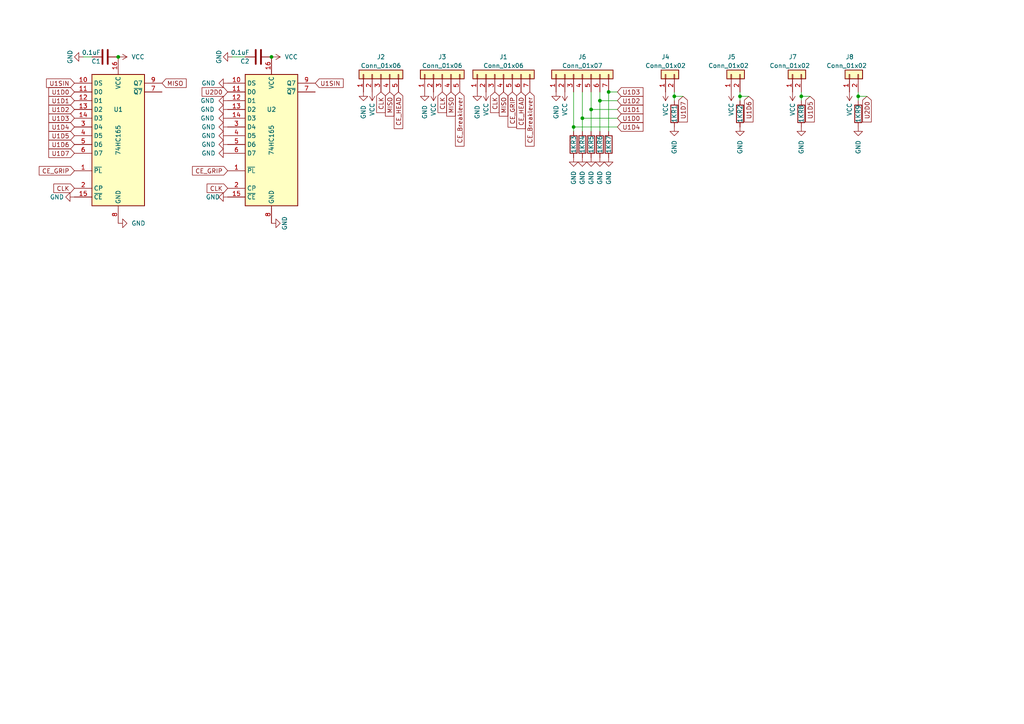
<source format=kicad_sch>
(kicad_sch (version 20230121) (generator eeschema)
  (paper "A4")
  (lib_symbols
    (symbol "74xx:74HC165"
      (property "Reference" "U" (at -7.62 19.05 0))
      (property "Value" "74HC165" (at -7.62 -21.59 0))
      (symbol "74HC165_1_0"
        (pin input line (at -12.7 -10.16 0) (length 5.08) (name "~{PL}") (number "1"))
        (pin input line (at -12.7 15.24 0) (length 5.08) (name "DS") (number "10"))
        (pin input line (at -12.7 12.7 0) (length 5.08) (name "D0") (number "11"))
        (pin input line (at -12.7 10.16 0) (length 5.08) (name "D1") (number "12"))
        (pin input line (at -12.7 7.62 0) (length 5.08) (name "D2") (number "13"))
        (pin input line (at -12.7 5.08 0) (length 5.08) (name "D3") (number "14"))
        (pin input line (at -12.7 -17.78 0) (length 5.08) (name "~{CE}") (number "15"))
        (pin power_in line (at 0 22.86 270) (length 5.08) (name "VCC") (number "16"))
        (pin input line (at -12.7 -15.24 0) (length 5.08) (name "CP") (number "2"))
        (pin input line (at -12.7 2.54 0) (length 5.08) (name "D4") (number "3"))
        (pin input line (at -12.7 0 0) (length 5.08) (name "D5") (number "4"))
        (pin input line (at -12.7 -2.54 0) (length 5.08) (name "D6") (number "5"))
        (pin input line (at -12.7 -5.08 0) (length 5.08) (name "D7") (number "6"))
        (pin output line (at 12.7 12.7 180) (length 5.08) (name "~{Q7}") (number "7"))
        (pin power_in line (at 0 -25.4 90) (length 5.08) (name "GND") (number "8"))
        (pin output line (at 12.7 15.24 180) (length 5.08) (name "Q7") (number "9"))
      )
      (symbol "74HC165_1_1"
        (rectangle (start -7.62 17.78) (end 7.62 -20.32) (stroke (width 0.254)) (fill (type background)))
      )
    )
    (symbol "Connector_Generic:Conn_01x02" (pin_names (offset 1.016) hide)
      (property "Reference" "J" (at 0 2.54 0))
      (property "Value" "Conn_01x02" (at 0 -5.08 0))
      (symbol "Conn_01x02_1_1"
        (rectangle (start -1.27 -2.413) (end 0 -2.667) (stroke (width 0.1524)))
        (rectangle (start -1.27 0.127) (end 0 -0.127) (stroke (width 0.1524)))
        (rectangle (start -1.27 1.27) (end 1.27 -3.81) (stroke (width 0.254)) (fill (type background)))
        (pin passive line (at -5.08 0 0) (length 3.81) (name "Pin_1") (number "1"))
        (pin passive line (at -5.08 -2.54 0) (length 3.81) (name "Pin_2") (number "2"))
      )
    )
    (symbol "Connector_Generic:Conn_01x05" (pin_names (offset 1.016) hide)
      (property "Reference" "J" (at 0 7.62 0))
      (property "Value" "Conn_01x05" (at 0 -7.62 0))
      (symbol "Conn_01x05_1_1"
        (rectangle (start -1.27 -4.953) (end 0 -5.207) (stroke (width 0.1524)))
        (rectangle (start -1.27 -2.413) (end 0 -2.667) (stroke (width 0.1524)))
        (rectangle (start -1.27 0.127) (end 0 -0.127) (stroke (width 0.1524)))
        (rectangle (start -1.27 2.667) (end 0 2.413) (stroke (width 0.1524)))
        (rectangle (start -1.27 5.207) (end 0 4.953) (stroke (width 0.1524)))
        (rectangle (start -1.27 6.35) (end 1.27 -6.35) (stroke (width 0.254)) (fill (type background)))
        (pin passive line (at -5.08 5.08 0) (length 3.81) (name "Pin_1") (number "1"))
        (pin passive line (at -5.08 2.54 0) (length 3.81) (name "Pin_2") (number "2"))
        (pin passive line (at -5.08 0 0) (length 3.81) (name "Pin_3") (number "3"))
        (pin passive line (at -5.08 -2.54 0) (length 3.81) (name "Pin_4") (number "4"))
        (pin passive line (at -5.08 -5.08 0) (length 3.81) (name "Pin_5") (number "5"))
      )
    )
    (symbol "Connector_Generic:Conn_01x07" (pin_names (offset 1.016) hide)
      (property "Reference" "J" (at 0 10.16 0))
      (property "Value" "Conn_01x07" (at 0 -10.16 0))
      (symbol "Conn_01x07_1_1"
        (rectangle (start -1.27 -7.493) (end 0 -7.747) (stroke (width 0.1524)))
        (rectangle (start -1.27 -4.953) (end 0 -5.207) (stroke (width 0.1524)))
        (rectangle (start -1.27 -2.413) (end 0 -2.667) (stroke (width 0.1524)))
        (rectangle (start -1.27 0.127) (end 0 -0.127) (stroke (width 0.1524)))
        (rectangle (start -1.27 2.667) (end 0 2.413) (stroke (width 0.1524)))
        (rectangle (start -1.27 5.207) (end 0 4.953) (stroke (width 0.1524)))
        (rectangle (start -1.27 7.747) (end 0 7.493) (stroke (width 0.1524)))
        (rectangle (start -1.27 8.89) (end 1.27 -8.89) (stroke (width 0.254)) (fill (type background)))
        (pin passive line (at -5.08 7.62 0) (length 3.81) (name "Pin_1") (number "1"))
        (pin passive line (at -5.08 5.08 0) (length 3.81) (name "Pin_2") (number "2"))
        (pin passive line (at -5.08 2.54 0) (length 3.81) (name "Pin_3") (number "3"))
        (pin passive line (at -5.08 0 0) (length 3.81) (name "Pin_4") (number "4"))
        (pin passive line (at -5.08 -2.54 0) (length 3.81) (name "Pin_5") (number "5"))
        (pin passive line (at -5.08 -5.08 0) (length 3.81) (name "Pin_6") (number "6"))
        (pin passive line (at -5.08 -7.62 0) (length 3.81) (name "Pin_7") (number "7"))
      )
    )
    (symbol "Device:C" (pin_numbers hide) (pin_names (offset 0.254))
      (property "Reference" "C" (at 0.635 2.54 0))
      (property "Value" "C" (at 0.635 -2.54 0))
      (symbol "C_0_1"
        (polyline (pts (xy -2.032 -0.762) (xy 2.032 -0.762)) (stroke (width 0.508)))
        (polyline (pts (xy -2.032 0.762) (xy 2.032 0.762)) (stroke (width 0.508)))
      )
      (symbol "C_1_1"
        (pin passive line (at 0 3.81 270) (length 2.794) (name "~") (number "1"))
        (pin passive line (at 0 -3.81 90) (length 2.794) (name "~") (number "2"))
      )
    )
    (symbol "Device:R" (pin_numbers hide) (pin_names (offset 0))
      (property "Reference" "R" (at 2.032 0 90))
      (property "Value" "R" (at 0 0 90))
      (symbol "R_0_1"
        (rectangle (start -1.016 -2.54) (end 1.016 2.54) (stroke (width 0.254)))
      )
      (symbol "R_1_1"
        (pin passive line (at 0 3.81 270) (length 1.27) (name "~") (number "1"))
        (pin passive line (at 0 -3.81 90) (length 1.27) (name "~") (number "2"))
      )
    )
    (symbol "power:GND" (power) (pin_names (offset 0))
      (property "Value" "GND" (at 0 -3.81 0))
      (symbol "GND_0_1"
        (polyline (pts (xy 0 0) (xy 0 -1.27) (xy 1.27 -1.27) (xy 0 -2.54) (xy -1.27 -1.27) (xy 0 -1.27)))
      )
      (symbol "GND_1_1"
        (pin power_in line (at 0 0 270) (length 0) hide (name "GND") (number "1"))
      )
    )
    (symbol "power:VCC" (power) (pin_names (offset 0))
      (property "Value" "VCC" (at 0 3.81 0))
      (symbol "VCC_0_1"
        (polyline (pts (xy -0.762 1.27) (xy 0 2.54)))
        (polyline (pts (xy 0 0) (xy 0 2.54)))
        (polyline (pts (xy 0 2.54) (xy 0.762 1.27)))
      )
      (symbol "VCC_1_1"
        (pin power_in line (at 0 0 90) (length 0) hide (name "VCC") (number "1"))
      )
    )
  )
  (junction (at 168.91 34.29))
  (junction (at 173.99 29.21))
  (junction (at 171.45 31.75))
  (junction (at 248.92 27.94))
  (junction (at 195.58 27.94))
  (junction (at 232.41 27.94))
  (junction (at 166.37 36.83))
  (junction (at 214.63 27.94))
  (junction (at 34.29 16.51))
  (junction (at 176.53 26.67))
  (junction (at 78.74 16.51))
  (wire (pts (xy 24.13 16.51) (xy 26.67 16.51)))
  (wire (pts (xy 195.58 26.67) (xy 195.58 27.94)))
  (wire (pts (xy 168.91 34.29) (xy 168.91 38.1)))
  (wire (pts (xy 251.46 27.94) (xy 248.92 27.94)))
  (wire (pts (xy 232.41 26.67) (xy 232.41 27.94)))
  (wire (pts (xy 198.12 27.94) (xy 195.58 27.94)))
  (wire (pts (xy 166.37 36.83) (xy 166.37 38.1)))
  (wire (pts (xy 234.95 27.94) (xy 232.41 27.94)))
  (wire (pts (xy 171.45 26.67) (xy 171.45 31.75)))
  (wire (pts (xy 173.99 29.21) (xy 179.07 29.21)))
  (wire (pts (xy 179.07 31.75) (xy 171.45 31.75)))
  (wire (pts (xy 166.37 26.67) (xy 166.37 36.83)))
  (wire (pts (xy 176.53 26.67) (xy 179.07 26.67)))
  (wire (pts (xy 217.17 27.94) (xy 214.63 27.94)))
  (wire (pts (xy 232.41 27.94) (xy 232.41 29.21)))
  (wire (pts (xy 67.31 16.51) (xy 71.12 16.51)))
  (wire (pts (xy 214.63 27.94) (xy 214.63 29.21)))
  (wire (pts (xy 168.91 34.29) (xy 179.07 34.29)))
  (wire (pts (xy 176.53 26.67) (xy 176.53 38.1)))
  (wire (pts (xy 166.37 36.83) (xy 179.07 36.83)))
  (wire (pts (xy 248.92 26.67) (xy 248.92 27.94)))
  (wire (pts (xy 214.63 26.67) (xy 214.63 27.94)))
  (wire (pts (xy 195.58 27.94) (xy 195.58 29.21)))
  (wire (pts (xy 173.99 26.67) (xy 173.99 29.21)))
  (wire (pts (xy 173.99 29.21) (xy 173.99 38.1)))
  (wire (pts (xy 248.92 27.94) (xy 248.92 29.21)))
  (wire (pts (xy 168.91 26.67) (xy 168.91 34.29)))
  (wire (pts (xy 171.45 31.75) (xy 171.45 38.1)))
  (global_label "CLK" (shape input) (at 128.27 26.67 270) (property "Intersheetrefs" "${INTERSHEET_REFS}" (effects hide)))
  (global_label "U1D2" (shape input) (at 21.59 31.75 180) (property "Intersheetrefs" "${INTERSHEET_REFS}" (effects hide)))
  (global_label "MISO" (shape input) (at 113.03 26.67 270) (property "Intersheetrefs" "${INTERSHEET_REFS}" (effects hide)))
  (global_label "CE_HEAD" (shape input) (at 151.13 26.67 270) (property "Intersheetrefs" "${INTERSHEET_REFS}" (effects hide)))
  (global_label "CLK" (shape input) (at 21.59 54.61 180) (property "Intersheetrefs" "${INTERSHEET_REFS}" (effects hide)))
  (global_label "U1D1" (shape input) (at 21.59 29.21 180) (property "Intersheetrefs" "${INTERSHEET_REFS}" (effects hide)))
  (global_label "CE_Breaklever" (shape input) (at 133.35 26.67 270) (property "Intersheetrefs" "${INTERSHEET_REFS}" (effects hide)))
  (global_label "U1D2" (shape input) (at 179.07 29.21 0) (property "Intersheetrefs" "${INTERSHEET_REFS}" (effects hide)))
  (global_label "U2D0" (shape input) (at 251.46 27.94 270) (property "Intersheetrefs" "${INTERSHEET_REFS}" (effects hide)))
  (global_label "CE_GRIP" (shape input) (at 66.04 49.53 180) (property "Intersheetrefs" "${INTERSHEET_REFS}" (effects hide)))
  (global_label "U1D4" (shape input) (at 21.59 36.83 180) (property "Intersheetrefs" "${INTERSHEET_REFS}" (effects hide)))
  (global_label "U1D3" (shape input) (at 179.07 26.67 0) (property "Intersheetrefs" "${INTERSHEET_REFS}" (effects hide)))
  (global_label "U1D7" (shape input) (at 21.59 44.45 180) (property "Intersheetrefs" "${INTERSHEET_REFS}" (effects hide)))
  (global_label "U2D0" (shape input) (at 66.04 26.67 180) (property "Intersheetrefs" "${INTERSHEET_REFS}" (effects hide)))
  (global_label "U1SIN" (shape input) (at 21.59 24.13 180) (property "Intersheetrefs" "${INTERSHEET_REFS}" (effects hide)))
  (global_label "U1D5" (shape input) (at 234.95 27.94 270) (property "Intersheetrefs" "${INTERSHEET_REFS}" (effects hide)))
  (global_label "U1D1" (shape input) (at 179.07 31.75 0) (property "Intersheetrefs" "${INTERSHEET_REFS}" (effects hide)))
  (global_label "CE_GRIP" (shape input) (at 148.59 26.67 270) (property "Intersheetrefs" "${INTERSHEET_REFS}" (effects hide)))
  (global_label "U1D5" (shape input) (at 21.59 39.37 180) (property "Intersheetrefs" "${INTERSHEET_REFS}" (effects hide)))
  (global_label "CE_HEAD" (shape input) (at 115.57 26.67 270) (property "Intersheetrefs" "${INTERSHEET_REFS}" (effects hide)))
  (global_label "CLK" (shape input) (at 143.51 26.67 270) (property "Intersheetrefs" "${INTERSHEET_REFS}" (effects hide)))
  (global_label "CLK" (shape input) (at 66.04 54.61 180) (property "Intersheetrefs" "${INTERSHEET_REFS}" (effects hide)))
  (global_label "MISO" (shape input) (at 130.81 26.67 270) (property "Intersheetrefs" "${INTERSHEET_REFS}" (effects hide)))
  (global_label "MISO" (shape input) (at 146.05 26.67 270) (property "Intersheetrefs" "${INTERSHEET_REFS}" (effects hide)))
  (global_label "U1D7" (shape input) (at 198.12 27.94 270) (property "Intersheetrefs" "${INTERSHEET_REFS}" (effects hide)))
  (global_label "U1SIN" (shape input) (at 91.44 24.13 0) (property "Intersheetrefs" "${INTERSHEET_REFS}" (effects hide)))
  (global_label "U1D4" (shape input) (at 179.07 36.83 0) (property "Intersheetrefs" "${INTERSHEET_REFS}" (effects hide)))
  (global_label "CE_Breaklever" (shape input) (at 153.67 26.67 270) (property "Intersheetrefs" "${INTERSHEET_REFS}" (effects hide)))
  (global_label "U1D0" (shape input) (at 179.07 34.29 0) (property "Intersheetrefs" "${INTERSHEET_REFS}" (effects hide)))
  (global_label "CLK" (shape input) (at 110.49 26.67 270) (property "Intersheetrefs" "${INTERSHEET_REFS}" (effects hide)))
  (global_label "U1D0" (shape input) (at 21.59 26.67 180) (property "Intersheetrefs" "${INTERSHEET_REFS}" (effects hide)))
  (global_label "U1D6" (shape input) (at 21.59 41.91 180) (property "Intersheetrefs" "${INTERSHEET_REFS}" (effects hide)))
  (global_label "CE_GRIP" (shape input) (at 21.59 49.53 180) (property "Intersheetrefs" "${INTERSHEET_REFS}" (effects hide)))
  (global_label "U1D3" (shape input) (at 21.59 34.29 180) (property "Intersheetrefs" "${INTERSHEET_REFS}" (effects hide)))
  (global_label "U1D6" (shape input) (at 217.17 27.94 270) (property "Intersheetrefs" "${INTERSHEET_REFS}" (effects hide)))
  (global_label "MISO" (shape input) (at 46.99 24.13 0) (property "Intersheetrefs" "${INTERSHEET_REFS}" (effects hide)))
  (symbol (lib_id "power:GND") (at 66.04 39.37 270) (unit 1)
    (property "Reference" "#PWR0136" (effects hide))
    (property "Value" "GND" (at 58.42 39.37 90) (effects (justify left)))
  )
  (symbol (lib_id "power:GND") (at 66.04 29.21 270) (unit 1)
    (property "Reference" "#PWR0133" (effects hide))
    (property "Value" "GND" (at 62.23 29.2101 90) (effects (justify right)))
  )
  (symbol (lib_id "power:GND") (at 232.41 36.83 0) (unit 1)
    (property "Reference" "#PWR0121" (effects hide))
    (property "Value" "GND" (at 232.4101 40.64 90) (effects (justify right)))
  )
  (symbol (lib_id "power:GND") (at 66.04 36.83 270) (unit 1)
    (property "Reference" "#PWR0135" (effects hide))
    (property "Value" "GND" (at 58.42 36.83 90) (effects (justify left)))
  )
  (symbol (lib_id "power:VCC") (at 107.95 26.67 180) (unit 1)
    (property "Reference" "#PWR08" (effects hide))
    (property "Value" "VCC" (at 107.95 31.75 90))
  )
  (symbol (lib_id "Connector_Generic:Conn_01x05") (at 110.49 21.59 90) (unit 1)
    (property "Reference" "J2" (at 110.49 16.51 90))
    (property "Value" "Conn_01x06" (at 110.49 19.05 90))
    (property "Footprint" "Connector_JST:JST_XH_B5B-XH-A_1x05_P2.50mm_Vertical" (effects hide))
  )
  (symbol (lib_id "power:GND") (at 176.53 45.72 0) (unit 1)
    (property "Reference" "#PWR0111" (effects hide))
    (property "Value" "GND" (at 176.5301 49.53 90) (effects (justify right)))
  )
  (symbol (lib_id "power:VCC") (at 34.29 16.51 270) (unit 1)
    (property "Reference" "#PWR06" (effects hide))
    (property "Value" "VCC" (at 38.1 16.51 90) (effects (justify left)))
  )
  (symbol (lib_id "power:VCC") (at 125.73 26.67 180) (unit 1)
    (property "Reference" "#PWR09" (effects hide))
    (property "Value" "VCC" (at 125.73 31.75 90))
  )
  (symbol (lib_id "Device:R") (at 168.91 41.91 0) (unit 1)
    (property "Reference" "R4" (at 168.91 40.64 90))
    (property "Value" "1K" (at 168.91 43.18 90))
    (property "Footprint" "Resistor_SMD:R_0805_2012Metric_Pad1.20x1.40mm_HandSolder" (effects hide))
  )
  (symbol (lib_id "Connector_Generic:Conn_01x07") (at 168.91 21.59 90) (unit 1)
    (property "Reference" "J6" (at 168.91 16.51 90))
    (property "Value" "Conn_01x07" (at 168.91 19.05 90))
    (property "Footprint" "Connector_JST:JST_XH_B7B-XH-A_1x07_P2.50mm_Vertical" (effects hide))
  )
  (symbol (lib_id "power:GND") (at 171.45 45.72 0) (unit 1)
    (property "Reference" "#PWR0107" (effects hide))
    (property "Value" "GND" (at 171.4501 49.53 90) (effects (justify right)))
  )
  (symbol (lib_id "power:GND") (at 66.04 57.15 270) (unit 1)
    (property "Reference" "#PWR0123" (effects hide))
    (property "Value" "GND" (at 59.69 57.15 90) (effects (justify left)))
  )
  (symbol (lib_id "power:GND") (at 214.63 36.83 0) (unit 1)
    (property "Reference" "#PWR0117" (effects hide))
    (property "Value" "GND" (at 214.6301 40.64 90) (effects (justify right)))
  )
  (symbol (lib_id "Device:R") (at 232.41 33.02 0) (unit 1)
    (property "Reference" "R8" (at 232.41 31.75 90))
    (property "Value" "1K" (at 232.41 34.29 90))
    (property "Footprint" "Resistor_SMD:R_0805_2012Metric_Pad1.20x1.40mm_HandSolder" (effects hide))
  )
  (symbol (lib_id "power:VCC") (at 163.83 26.67 180) (unit 1)
    (property "Reference" "#PWR010" (effects hide))
    (property "Value" "VCC" (at 163.83 31.75 90))
  )
  (symbol (lib_id "Device:C") (at 74.93 16.51 90) (unit 1)
    (property "Reference" "C2" (at 72.39 17.78 90) (effects (justify left)))
    (property "Value" "0.1uF" (at 72.39 15.24 90) (effects (justify left)))
    (property "Footprint" "Capacitor_SMD:C_0805_2012Metric_Pad1.18x1.45mm_HandSolder" (effects hide))
  )
  (symbol (lib_id "power:VCC") (at 193.04 26.67 180) (unit 1)
    (property "Reference" "#PWR011" (effects hide))
    (property "Value" "VCC" (at 193.04 31.75 90))
  )
  (symbol (lib_id "Connector_Generic:Conn_01x02") (at 229.87 21.59 90) (unit 1)
    (property "Reference" "J7" (at 231.14 16.51 90) (effects (justify left)))
    (property "Value" "Conn_01x02" (at 234.95 19.05 90) (effects (justify left)))
    (property "Footprint" "Connector_JST:JST_XH_B2B-XH-A_1x02_P2.50mm_Vertical" (effects hide))
  )
  (symbol (lib_id "power:VCC") (at 140.97 26.67 180) (unit 1)
    (property "Reference" "#PWR02" (effects hide))
    (property "Value" "VCC" (at 140.97 31.75 90))
  )
  (symbol (lib_id "Device:C") (at 30.48 16.51 90) (unit 1)
    (property "Reference" "C1" (at 29.21 17.78 90) (effects (justify left)))
    (property "Value" "0.1uF" (at 29.21 15.24 90) (effects (justify left)))
    (property "Footprint" "Capacitor_SMD:C_0805_2012Metric_Pad1.18x1.45mm_HandSolder" (effects hide))
  )
  (symbol (lib_id "Connector_Generic:Conn_01x02") (at 246.38 21.59 90) (unit 1)
    (property "Reference" "J8" (at 247.65 16.51 90) (effects (justify left)))
    (property "Value" "Conn_01x02" (at 251.46 19.05 90) (effects (justify left)))
    (property "Footprint" "Connector_JST:JST_XH_B2B-XH-A_1x02_P2.50mm_Vertical" (effects hide))
  )
  (symbol (lib_id "Device:R") (at 171.45 41.91 0) (unit 1)
    (property "Reference" "R5" (at 171.45 40.64 90))
    (property "Value" "1K" (at 171.45 43.18 90))
    (property "Footprint" "Resistor_SMD:R_0805_2012Metric_Pad1.20x1.40mm_HandSolder" (effects hide))
  )
  (symbol (lib_id "power:GND") (at 24.13 16.51 270) (unit 1)
    (property "Reference" "#PWR0126" (effects hide))
    (property "Value" "GND" (at 20.32 16.51 0))
  )
  (symbol (lib_id "power:GND") (at 21.59 57.15 270) (unit 1)
    (property "Reference" "#PWR0125" (effects hide))
    (property "Value" "GND" (at 16.51 57.15 90))
  )
  (symbol (lib_id "power:GND") (at 248.92 36.83 0) (unit 1)
    (property "Reference" "#PWR0112" (effects hide))
    (property "Value" "GND" (at 248.9201 40.64 90) (effects (justify right)))
  )
  (symbol (lib_id "power:GND") (at 168.91 45.72 0) (unit 1)
    (property "Reference" "#PWR0109" (effects hide))
    (property "Value" "GND" (at 168.9101 49.53 90) (effects (justify right)))
  )
  (symbol (lib_id "power:VCC") (at 78.74 16.51 270) (unit 1)
    (property "Reference" "#PWR07" (effects hide))
    (property "Value" "VCC" (at 82.55 16.51 90) (effects (justify left)))
  )
  (symbol (lib_id "power:VCC") (at 212.09 26.67 180) (unit 1)
    (property "Reference" "#PWR012" (effects hide))
    (property "Value" "VCC" (at 212.09 31.75 90))
  )
  (symbol (lib_id "power:GND") (at 138.43 26.67 0) (unit 1)
    (property "Reference" "#PWR01" (effects hide))
    (property "Value" "GND" (at 138.4301 30.48 90) (effects (justify right)))
  )
  (symbol (lib_id "power:GND") (at 66.04 44.45 270) (unit 1)
    (property "Reference" "#PWR0138" (effects hide))
    (property "Value" "GND" (at 58.42 44.45 90) (effects (justify left)))
  )
  (symbol (lib_id "74xx:74HC165") (at 34.29 39.37 0) (unit 1)
    (property "Reference" "U1" (at 34.29 31.75 0))
    (property "Value" "74HC165" (at 34.29 40.64 90))
    (property "Footprint" "Package_SO:TSSOP-16_4.4x5mm_P0.65mm" (effects hide))
    (property "Datasheet" "https://assets.nexperia.com/documents/data-sheet/74HC_HCT165.pdf" (effects hide))
  )
  (symbol (lib_id "power:GND") (at 173.99 45.72 0) (unit 1)
    (property "Reference" "#PWR0110" (effects hide))
    (property "Value" "GND" (at 173.9901 49.53 90) (effects (justify right)))
  )
  (symbol (lib_id "Connector_Generic:Conn_01x02") (at 212.09 21.59 90) (unit 1)
    (property "Reference" "J5" (at 213.36 16.51 90) (effects (justify left)))
    (property "Value" "Conn_01x02" (at 217.17 19.05 90) (effects (justify left)))
    (property "Footprint" "Connector_JST:JST_XH_B2B-XH-A_1x02_P2.50mm_Vertical" (effects hide))
  )
  (symbol (lib_id "power:GND") (at 66.04 34.29 270) (unit 1)
    (property "Reference" "#PWR0134" (effects hide))
    (property "Value" "GND" (at 62.23 34.2901 90) (effects (justify right)))
  )
  (symbol (lib_id "Device:R") (at 214.63 33.02 0) (unit 1)
    (property "Reference" "R2" (at 214.63 31.75 90))
    (property "Value" "1K" (at 214.63 34.29 90))
    (property "Footprint" "Resistor_SMD:R_0805_2012Metric_Pad1.20x1.40mm_HandSolder" (effects hide))
  )
  (symbol (lib_id "power:GND") (at 67.31 16.51 270) (unit 1)
    (property "Reference" "#PWR0127" (effects hide))
    (property "Value" "GND" (at 63.5 16.51 0))
  )
  (symbol (lib_id "power:GND") (at 105.41 26.67 0) (unit 1)
    (property "Reference" "#PWR0102" (effects hide))
    (property "Value" "GND" (at 105.4101 30.48 90) (effects (justify right)))
  )
  (symbol (lib_id "Device:R") (at 166.37 41.91 0) (unit 1)
    (property "Reference" "R3" (at 166.37 40.64 90))
    (property "Value" "1K" (at 166.37 43.18 90))
    (property "Footprint" "Resistor_SMD:R_0805_2012Metric_Pad1.20x1.40mm_HandSolder" (effects hide))
  )
  (symbol (lib_id "power:GND") (at 66.04 24.13 270) (unit 1)
    (property "Reference" "#PWR04" (effects hide))
    (property "Value" "GND" (at 58.42 24.13 90) (effects (justify left)))
  )
  (symbol (lib_id "power:GND") (at 161.29 26.67 0) (unit 1)
    (property "Reference" "#PWR0114" (effects hide))
    (property "Value" "GND" (at 161.2901 30.48 90) (effects (justify right)))
  )
  (symbol (lib_id "power:GND") (at 166.37 45.72 0) (unit 1)
    (property "Reference" "#PWR0108" (effects hide))
    (property "Value" "GND" (at 166.3701 49.53 90) (effects (justify right)))
  )
  (symbol (lib_id "power:VCC") (at 229.87 26.67 180) (unit 1)
    (property "Reference" "#PWR013" (effects hide))
    (property "Value" "VCC" (at 229.87 31.75 90))
  )
  (symbol (lib_id "Connector_Generic:Conn_01x02") (at 193.04 21.59 90) (unit 1)
    (property "Reference" "J4" (at 193.04 16.51 90))
    (property "Value" "Conn_01x02" (at 193.04 19.05 90))
    (property "Footprint" "Connector_JST:JST_XH_B2B-XH-A_1x02_P2.50mm_Vertical" (effects hide))
  )
  (symbol (lib_id "Connector_Generic:Conn_01x05") (at 128.27 21.59 90) (unit 1)
    (property "Reference" "J3" (at 128.27 16.51 90))
    (property "Value" "Conn_01x06" (at 128.27 19.05 90))
    (property "Footprint" "Connector_JST:JST_XH_B5B-XH-A_1x05_P2.50mm_Vertical" (effects hide))
  )
  (symbol (lib_id "power:GND") (at 78.74 64.77 90) (unit 1)
    (property "Reference" "#PWR03" (effects hide))
    (property "Value" "GND" (at 82.55 64.77 0))
  )
  (symbol (lib_id "power:GND") (at 123.19 26.67 0) (unit 1)
    (property "Reference" "#PWR0106" (effects hide))
    (property "Value" "GND" (at 123.1901 30.48 90) (effects (justify right)))
  )
  (symbol (lib_id "Device:R") (at 173.99 41.91 0) (unit 1)
    (property "Reference" "R6" (at 173.99 40.64 90))
    (property "Value" "1K" (at 173.99 43.18 90))
    (property "Footprint" "Resistor_SMD:R_0805_2012Metric_Pad1.20x1.40mm_HandSolder" (effects hide))
  )
  (symbol (lib_id "Connector_Generic:Conn_01x07") (at 146.05 21.59 90) (unit 1)
    (property "Reference" "J1" (at 146.05 16.51 90))
    (property "Value" "Conn_01x06" (at 146.05 19.05 90))
    (property "Footprint" "Connector_JST:JST_XH_B7B-XH-A_1x07_P2.50mm_Vertical" (effects hide))
  )
  (symbol (lib_id "power:GND") (at 195.58 36.83 0) (unit 1)
    (property "Reference" "#PWR0116" (effects hide))
    (property "Value" "GND" (at 195.5801 40.64 90) (effects (justify right)))
  )
  (symbol (lib_id "power:GND") (at 66.04 41.91 270) (unit 1)
    (property "Reference" "#PWR0137" (effects hide))
    (property "Value" "GND" (at 58.42 41.91 90) (effects (justify left)))
  )
  (symbol (lib_id "74xx:74HC165") (at 78.74 39.37 0) (unit 1)
    (property "Reference" "U2" (at 78.74 31.75 0))
    (property "Value" "74HC165" (at 78.74 40.64 90))
    (property "Footprint" "Package_SO:TSSOP-16_4.4x5mm_P0.65mm" (effects hide))
    (property "Datasheet" "https://assets.nexperia.com/documents/data-sheet/74HC_HCT165.pdf" (effects hide))
  )
  (symbol (lib_id "power:VCC") (at 246.38 26.67 180) (unit 1)
    (property "Reference" "#PWR014" (effects hide))
    (property "Value" "VCC" (at 246.38 31.75 90))
  )
  (symbol (lib_id "Device:R") (at 195.58 33.02 0) (unit 1)
    (property "Reference" "R1" (at 195.58 31.75 90))
    (property "Value" "1K" (at 195.58 34.29 90))
    (property "Footprint" "Resistor_SMD:R_0805_2012Metric_Pad1.20x1.40mm_HandSolder" (effects hide))
  )
  (symbol (lib_id "power:GND") (at 66.04 31.75 270) (unit 1)
    (property "Reference" "#PWR0132" (effects hide))
    (property "Value" "GND" (at 62.23 31.7501 90) (effects (justify right)))
  )
  (symbol (lib_id "power:GND") (at 34.29 64.77 90) (unit 1)
    (property "Reference" "#PWR05" (effects hide))
    (property "Value" "GND" (at 38.1 64.7699 90) (effects (justify right)))
  )
  (symbol (lib_id "Device:R") (at 248.92 33.02 0) (unit 1)
    (property "Reference" "R9" (at 248.92 31.75 90))
    (property "Value" "1K" (at 248.92 34.29 90))
    (property "Footprint" "Resistor_SMD:R_0805_2012Metric_Pad1.20x1.40mm_HandSolder" (effects hide))
  )
  (symbol (lib_id "Device:R") (at 176.53 41.91 0) (unit 1)
    (property "Reference" "R7" (at 176.53 40.64 90))
    (property "Value" "1K" (at 176.53 43.18 90))
    (property "Footprint" "Resistor_SMD:R_0805_2012Metric_Pad1.20x1.40mm_HandSolder" (effects hide))
  )
)
</source>
